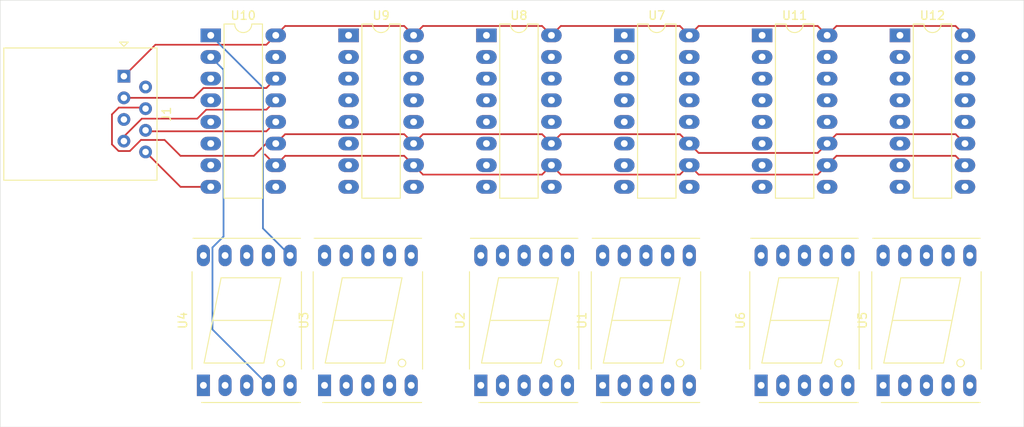
<source format=kicad_pcb>
(kicad_pcb (version 20240108) (generator "pcbnew") (generator_version "8.0")
  (layers (0 "F.Cu" signal) (31 "B.Cu" signal) (34 "B.Paste" user) (35 "F.Paste" user) (36 "B.SilkS" user "B.Silkscreen") (37 "F.SilkS" user "F.Silkscreen") (38 "B.Mask" user) (39 "F.Mask" user) (44 "Edge.Cuts" user))
  (net 0 "")
  (net 1 "Net-(U10-~{OE})")
  (net 2 "Net-(U10-GND)")
  (net 3 "Net-(U10-VCC)")
  (net 5 "Net-(U10-SER)")
  (net 6 "Net-(U10-~{SRCLR})")
  (net 7 "Net-(U10-RCLK)")
  (net 8 "Net-(U10-SRCLK)")
  (net 9 "Net-(U1-F)")
  (net 10 "Net-(U1-B)")
  (net 11 "Net-(U1-E)")
  (net 12 "Net-(U1-A)")
  (net 13 "Net-(U1-D)")
  (net 14 "Net-(U1-G)")
  (net 15 "Net-(U1-C)")
  (net 16 "Net-(U1-DP)")
  (net 17 "Net-(U2-E)")
  (net 18 "Net-(U2-D)")
  (net 19 "Net-(U2-F)")
  (net 20 "Net-(U2-A)")
  (net 21 "Net-(U2-B)")
  (net 22 "Net-(U2-DP)")
  (net 23 "Net-(U2-G)")
  (net 24 "Net-(U2-C)")
  (net 25 "Net-(U3-G)")
  (net 26 "Net-(U3-B)")
  (net 27 "Net-(U3-A)")
  (net 28 "Net-(U3-E)")
  (net 29 "Net-(U3-DP)")
  (net 30 "Net-(U3-D)")
  (net 31 "Net-(U3-C)")
  (net 32 "Net-(U3-F)")
  (net 33 "Net-(U10-QB)")
  (net 34 "Net-(U10-QF)")
  (net 35 "Net-(U10-QG)")
  (net 36 "Net-(U10-QA)")
  (net 37 "Net-(U10-QD)")
  (net 38 "Net-(U10-QE)")
  (net 39 "Net-(U10-QH)")
  (net 40 "Net-(U10-QC)")
  (net 41 "Net-(U12-QE)")
  (net 42 "Net-(U12-QB)")
  (net 43 "Net-(U12-QG)")
  (net 44 "Net-(U12-QC)")
  (net 45 "Net-(U12-QA)")
  (net 46 "Net-(U12-QD)")
  (net 47 "Net-(U12-QF)")
  (net 48 "Net-(U12-QH)")
  (net 49 "Net-(U11-QG)")
  (net 50 "Net-(U11-QB)")
  (net 51 "Net-(U11-QE)")
  (net 52 "Net-(U11-QF)")
  (net 53 "Net-(U11-QH)")
  (net 54 "Net-(U11-QC)")
  (net 55 "Net-(U11-QA)")
  (net 56 "Net-(U11-QD)")
  (net 57 "Net-(U11-SER)")
  (net 58 "Net-(U7-SER)")
  (net 59 "Net-(U8-SER)")
  (net 60 "Net-(U10-QH')")
  (net 61 "Net-(U11-QH')")
  (footprint "Connector_RJ:RJ45_Amphenol_54602-x08_Horizontal" (layer "F.Cu") (at 119 89.2175 -90)
    (property "Reference" "J1" (at 4.445 -5 90) (layer "F.SilkS"))
    (property "Value" "8P8C")
    (fp_line (start -3.315 14.08) (end 12.205 14.08) (stroke (width 0.12)) (layer "F.SilkS"))
    (fp_line (start -4 0.5) (end -3.5 0) (stroke (width 0.12)) (layer "F.SilkS"))
    (fp_line (start -3.5 0) (end -4 -0.5) (stroke (width 0.12)) (layer "F.SilkS"))
    (fp_line (start -4 -0.5) (end -4 0.5) (stroke (width 0.12)) (layer "F.SilkS"))
    (fp_line (start -3.315 -3.88) (end -3.315 14.08) (stroke (width 0.12)) (layer "F.SilkS"))
    (fp_line (start 12.205 -3.88) (end 12.205 14.08) (stroke (width 0.12)) (layer "F.SilkS"))
    (fp_line (start 12.205 -3.88) (end -3.315 -3.88) (stroke (width 0.12)) (layer "F.SilkS"))
    (pad "" np_thru_hole circle (at -1.27 6.35 270) (size 3.2 3.2) (drill 3.2) (layers "*.Cu" "*.Mask"))
    (pad "" np_thru_hole circle (at 10.16 6.35 270) (size 3.2 3.2) (drill 3.2) (layers "*.Cu" "*.Mask"))
    (pad "1" thru_hole rect (at 0 0 270) (size 1.5 1.5) (drill 0.76) (layers "*.Cu" "*.Mask") (net 3 "Net-(U10-VCC)"))
    (pad "2" thru_hole circle (at 1.27 -2.54 270) (size 1.5 1.5) (drill 0.76) (layers "*.Cu" "*.Mask"))
    (pad "3" thru_hole circle (at 2.54 0 270) (size 1.5 1.5) (drill 0.76) (layers "*.Cu" "*.Mask") (net 5 "Net-(U10-SER)"))
    (pad "4" thru_hole circle (at 3.81 -2.54 270) (size 1.5 1.5) (drill 0.76) (layers "*.Cu" "*.Mask") (net 8 "Net-(U10-SRCLK)"))
    (pad "5" thru_hole circle (at 5.08 0 270) (size 1.5 1.5) (drill 0.76) (layers "*.Cu" "*.Mask") (net 6 "Net-(U10-~{SRCLR})"))
    (pad "6" thru_hole circle (at 6.35 -2.54 270) (size 1.5 1.5) (drill 0.76) (layers "*.Cu" "*.Mask") (net 7 "Net-(U10-RCLK)"))
    (pad "7" thru_hole circle (at 7.62 0 270) (size 1.5 1.5) (drill 0.76) (layers "*.Cu" "*.Mask") (net 1 "Net-(U10-~{OE})"))
    (pad "8" thru_hole circle (at 8.89 -2.54 270) (size 1.5 1.5) (drill 0.76) (layers "*.Cu" "*.Mask") (net 2 "Net-(U10-GND)"))
  )
  (footprint "Display_7Segment:7SegmentLED_LTS6760_LTS6780" (layer "F.Cu") (at 175.12 125.5 90)
    (property "Reference" "U1" (at 7.62 -2.42 90) (layer "F.SilkS"))
    (property "Value" "SM420561N")
    (fp_line (start 1.905 -1.33) (end 13.335 -1.33) (stroke (width 0.12)) (layer "F.SilkS"))
    (fp_line (start -2.015 -0.22) (end -2.015 11.38) (stroke (width 0.12)) (layer "F.SilkS"))
    (fp_line (start 2.62 0.08) (end 2.62 7.08) (stroke (width 0.12)) (layer "F.SilkS"))
    (fp_line (start 7.62 1.08) (end 2.62 0.08) (stroke (width 0.12)) (layer "F.SilkS"))
    (fp_line (start 12.62 2.08) (end 7.62 1.08) (stroke (width 0.12)) (layer "F.SilkS"))
    (fp_line (start 12.62 2.08) (end 12.62 9.08) (stroke (width 0.12)) (layer "F.SilkS"))
    (fp_line (start 2.62 7.08) (end 7.62 8.08) (stroke (width 0.12)) (layer "F.SilkS"))
    (fp_line (start 7.62 8.08) (end 7.62 1.08) (stroke (width 0.12)) (layer "F.SilkS"))
    (fp_line (start 12.62 9.08) (end 7.62 8.08) (stroke (width 0.12)) (layer "F.SilkS"))
    (fp_line (start 17.255 11.38) (end 17.255 -1.22) (stroke (width 0.12)) (layer "F.SilkS"))
    (fp_line (start 1.905 11.49) (end 13.335 11.49) (stroke (width 0.12)) (layer "F.SilkS"))
    (fp_circle (center 2.62 9.08) (end 3.067214 9.08) (stroke (width 0.12)) (fill none) (layer "F.SilkS"))
    (pad "1" thru_hole rect (at 0 0) (size 1.524 2.524) (drill 0.8) (layers "*.Cu" "*.Mask") (net 11 "Net-(U1-E)"))
    (pad "2" thru_hole oval (at 0 2.54) (size 1.524 2.524) (drill 0.8) (layers "*.Cu" "*.Mask") (net 13 "Net-(U1-D)"))
    (pad "3" thru_hole oval (at 0 5.08) (size 1.524 2.524) (drill 0.8) (layers "*.Cu" "*.Mask") (net 2 "Net-(U10-GND)"))
    (pad "4" thru_hole oval (at 0 7.62) (size 1.524 2.524) (drill 0.8) (layers "*.Cu" "*.Mask") (net 15 "Net-(U1-C)"))
    (pad "5" thru_hole oval (at 0 10.16) (size 1.524 2.524) (drill 0.8) (layers "*.Cu" "*.Mask") (net 16 "Net-(U1-DP)"))
    (pad "6" thru_hole oval (at 15.24 10.16) (size 1.524 2.524) (drill 0.8) (layers "*.Cu" "*.Mask") (net 10 "Net-(U1-B)"))
    (pad "7" thru_hole oval (at 15.24 7.62) (size 1.524 2.524) (drill 0.8) (layers "*.Cu" "*.Mask") (net 12 "Net-(U1-A)"))
    (pad "8" thru_hole oval (at 15.24 5.08) (size 1.524 2.524) (drill 0.8) (layers "*.Cu" "*.Mask") (net 2 "Net-(U10-GND)"))
    (pad "9" thru_hole oval (at 15.24 2.54) (size 1.524 2.524) (drill 0.8) (layers "*.Cu" "*.Mask") (net 9 "Net-(U1-F)"))
    (pad "10" thru_hole oval (at 15.24 0) (size 1.524 2.524) (drill 0.8) (layers "*.Cu" "*.Mask") (net 14 "Net-(U1-G)"))
  )
  (footprint "Package_DIP:DIP-16_W7.62mm_LongPads" (layer "F.Cu") (at 145.339 84.425)
    (property "Reference" "U9" (at 3.81 -2.33 360) (layer "F.SilkS"))
    (property "Value" "74AHC595")
    (fp_line (start 1.56 -1.33) (end 1.56 19.11) (stroke (width 0.12)) (layer "F.SilkS"))
    (fp_line (start 1.56 19.11) (end 6.06 19.11) (stroke (width 0.12)) (layer "F.SilkS"))
    (fp_line (start 2.81 -1.33) (end 1.56 -1.33) (stroke (width 0.12)) (layer "F.SilkS"))
    (fp_line (start 6.06 -1.33) (end 4.81 -1.33) (stroke (width 0.12)) (layer "F.SilkS"))
    (fp_line (start 6.06 19.11) (end 6.06 -1.33) (stroke (width 0.12)) (layer "F.SilkS"))
    (fp_arc (start 4.81 -1.33) (mid 3.81 -0.33) (end 2.81 -1.33) (stroke (width 0.12)) (layer "F.SilkS"))
    (pad "1" thru_hole rect (at 0 0) (size 2.4 1.6) (drill 0.8) (layers "*.Cu" "*.Mask") (net 26 "Net-(U3-B)"))
    (pad "2" thru_hole oval (at 0 2.54) (size 2.4 1.6) (drill 0.8) (layers "*.Cu" "*.Mask") (net 31 "Net-(U3-C)"))
    (pad "3" thru_hole oval (at 0 5.08) (size 2.4 1.6) (drill 0.8) (layers "*.Cu" "*.Mask") (net 30 "Net-(U3-D)"))
    (pad "4" thru_hole oval (at 0 7.62) (size 2.4 1.6) (drill 0.8) (layers "*.Cu" "*.Mask") (net 28 "Net-(U3-E)"))
    (pad "5" thru_hole oval (at 0 10.16) (size 2.4 1.6) (drill 0.8) (layers "*.Cu" "*.Mask") (net 32 "Net-(U3-F)"))
    (pad "6" thru_hole oval (at 0 12.7) (size 2.4 1.6) (drill 0.8) (layers "*.Cu" "*.Mask") (net 25 "Net-(U3-G)"))
    (pad "7" thru_hole oval (at 0 15.24) (size 2.4 1.6) (drill 0.8) (layers "*.Cu" "*.Mask") (net 29 "Net-(U3-DP)"))
    (pad "8" thru_hole oval (at 0 17.78) (size 2.4 1.6) (drill 0.8) (layers "*.Cu" "*.Mask") (net 2 "Net-(U10-GND)"))
    (pad "9" thru_hole oval (at 7.62 17.78) (size 2.4 1.6) (drill 0.8) (layers "*.Cu" "*.Mask") (net 59 "Net-(U8-SER)"))
    (pad "10" thru_hole oval (at 7.62 15.24) (size 2.4 1.6) (drill 0.8) (layers "*.Cu" "*.Mask") (net 6 "Net-(U10-~{SRCLR})"))
    (pad "11" thru_hole oval (at 7.62 12.7) (size 2.4 1.6) (drill 0.8) (layers "*.Cu" "*.Mask") (net 8 "Net-(U10-SRCLK)"))
    (pad "12" thru_hole oval (at 7.62 10.16) (size 2.4 1.6) (drill 0.8) (layers "*.Cu" "*.Mask") (net 7 "Net-(U10-RCLK)"))
    (pad "13" thru_hole oval (at 7.62 7.62) (size 2.4 1.6) (drill 0.8) (layers "*.Cu" "*.Mask") (net 1 "Net-(U10-~{OE})"))
    (pad "14" thru_hole oval (at 7.62 5.08) (size 2.4 1.6) (drill 0.8) (layers "*.Cu" "*.Mask") (net 60 "Net-(U10-QH')"))
    (pad "15" thru_hole oval (at 7.62 2.54) (size 2.4 1.6) (drill 0.8) (layers "*.Cu" "*.Mask") (net 27 "Net-(U3-A)"))
    (pad "16" thru_hole oval (at 7.62 0) (size 2.4 1.6) (drill 0.8) (layers "*.Cu" "*.Mask") (net 3 "Net-(U10-VCC)"))
  )
  (footprint "Display_7Segment:7SegmentLED_LTS6760_LTS6780" (layer "F.Cu") (at 128.32 125.5 90)
    (property "Reference" "U4" (at 7.62 -2.42 90) (layer "F.SilkS"))
    (property "Value" "SM420561N")
    (fp_line (start 1.905 -1.33) (end 13.335 -1.33) (stroke (width 0.12)) (layer "F.SilkS"))
    (fp_line (start -2.015 -0.22) (end -2.015 11.38) (stroke (width 0.12)) (layer "F.SilkS"))
    (fp_line (start 2.62 0.08) (end 2.62 7.08) (stroke (width 0.12)) (layer "F.SilkS"))
    (fp_line (start 7.62 1.08) (end 2.62 0.08) (stroke (width 0.12)) (layer "F.SilkS"))
    (fp_line (start 12.62 2.08) (end 7.62 1.08) (stroke (width 0.12)) (layer "F.SilkS"))
    (fp_line (start 12.62 2.08) (end 12.62 9.08) (stroke (width 0.12)) (layer "F.SilkS"))
    (fp_line (start 2.62 7.08) (end 7.62 8.08) (stroke (width 0.12)) (layer "F.SilkS"))
    (fp_line (start 7.62 8.08) (end 7.62 1.08) (stroke (width 0.12)) (layer "F.SilkS"))
    (fp_line (start 12.62 9.08) (end 7.62 8.08) (stroke (width 0.12)) (layer "F.SilkS"))
    (fp_line (start 17.255 11.38) (end 17.255 -1.22) (stroke (width 0.12)) (layer "F.SilkS"))
    (fp_line (start 1.905 11.49) (end 13.335 11.49) (stroke (width 0.12)) (layer "F.SilkS"))
    (fp_circle (center 2.62 9.08) (end 3.067214 9.08) (stroke (width 0.12)) (fill none) (layer "F.SilkS"))
    (pad "1" thru_hole rect (at 0 0) (size 1.524 2.524) (drill 0.8) (layers "*.Cu" "*.Mask") (net 38 "Net-(U10-QE)"))
    (pad "2" thru_hole oval (at 0 2.54) (size 1.524 2.524) (drill 0.8) (layers "*.Cu" "*.Mask") (net 37 "Net-(U10-QD)"))
    (pad "3" thru_hole oval (at 0 5.08) (size 1.524 2.524) (drill 0.8) (layers "*.Cu" "*.Mask") (net 2 "Net-(U10-GND)"))
    (pad "4" thru_hole oval (at 0 7.62) (size 1.524 2.524) (drill 0.8) (layers "*.Cu" "*.Mask") (net 40 "Net-(U10-QC)"))
    (pad "5" thru_hole oval (at 0 10.16) (size 1.524 2.524) (drill 0.8) (layers "*.Cu" "*.Mask") (net 39 "Net-(U10-QH)"))
    (pad "6" thru_hole oval (at 15.24 10.16) (size 1.524 2.524) (drill 0.8) (layers "*.Cu" "*.Mask") (net 33 "Net-(U10-QB)"))
    (pad "7" thru_hole oval (at 15.24 7.62) (size 1.524 2.524) (drill 0.8) (layers "*.Cu" "*.Mask") (net 36 "Net-(U10-QA)"))
    (pad "8" thru_hole oval (at 15.24 5.08) (size 1.524 2.524) (drill 0.8) (layers "*.Cu" "*.Mask") (net 2 "Net-(U10-GND)"))
    (pad "9" thru_hole oval (at 15.24 2.54) (size 1.524 2.524) (drill 0.8) (layers "*.Cu" "*.Mask") (net 34 "Net-(U10-QF)"))
    (pad "10" thru_hole oval (at 15.24 0) (size 1.524 2.524) (drill 0.8) (layers "*.Cu" "*.Mask") (net 35 "Net-(U10-QG)"))
  )
  (footprint "Display_7Segment:7SegmentLED_LTS6760_LTS6780" (layer "F.Cu") (at 193.7 125.5 90)
    (property "Reference" "U6" (at 7.62 -2.42 90) (layer "F.SilkS"))
    (property "Value" "SM420561N")
    (fp_line (start 1.905 -1.33) (end 13.335 -1.33) (stroke (width 0.12)) (layer "F.SilkS"))
    (fp_line (start -2.015 -0.22) (end -2.015 11.38) (stroke (width 0.12)) (layer "F.SilkS"))
    (fp_line (start 2.62 0.08) (end 2.62 7.08) (stroke (width 0.12)) (layer "F.SilkS"))
    (fp_line (start 7.62 1.08) (end 2.62 0.08) (stroke (width 0.12)) (layer "F.SilkS"))
    (fp_line (start 12.62 2.08) (end 7.62 1.08) (stroke (width 0.12)) (layer "F.SilkS"))
    (fp_line (start 12.62 2.08) (end 12.62 9.08) (stroke (width 0.12)) (layer "F.SilkS"))
    (fp_line (start 2.62 7.08) (end 7.62 8.08) (stroke (width 0.12)) (layer "F.SilkS"))
    (fp_line (start 7.62 8.08) (end 7.62 1.08) (stroke (width 0.12)) (layer "F.SilkS"))
    (fp_line (start 12.62 9.08) (end 7.62 8.08) (stroke (width 0.12)) (layer "F.SilkS"))
    (fp_line (start 17.255 11.38) (end 17.255 -1.22) (stroke (width 0.12)) (layer "F.SilkS"))
    (fp_line (start 1.905 11.49) (end 13.335 11.49) (stroke (width 0.12)) (layer "F.SilkS"))
    (fp_circle (center 2.62 9.08) (end 3.067214 9.08) (stroke (width 0.12)) (fill none) (layer "F.SilkS"))
    (pad "1" thru_hole rect (at 0 0) (size 1.524 2.524) (drill 0.8) (layers "*.Cu" "*.Mask") (net 51 "Net-(U11-QE)"))
    (pad "2" thru_hole oval (at 0 2.54) (size 1.524 2.524) (drill 0.8) (layers "*.Cu" "*.Mask") (net 56 "Net-(U11-QD)"))
    (pad "3" thru_hole oval (at 0 5.08) (size 1.524 2.524) (drill 0.8) (layers "*.Cu" "*.Mask") (net 2 "Net-(U10-GND)"))
    (pad "4" thru_hole oval (at 0 7.62) (size 1.524 2.524) (drill 0.8) (layers "*.Cu" "*.Mask") (net 54 "Net-(U11-QC)"))
    (pad "5" thru_hole oval (at 0 10.16) (size 1.524 2.524) (drill 0.8) (layers "*.Cu" "*.Mask") (net 53 "Net-(U11-QH)"))
    (pad "6" thru_hole oval (at 15.24 10.16) (size 1.524 2.524) (drill 0.8) (layers "*.Cu" "*.Mask") (net 50 "Net-(U11-QB)"))
    (pad "7" thru_hole oval (at 15.24 7.62) (size 1.524 2.524) (drill 0.8) (layers "*.Cu" "*.Mask") (net 55 "Net-(U11-QA)"))
    (pad "8" thru_hole oval (at 15.24 5.08) (size 1.524 2.524) (drill 0.8) (layers "*.Cu" "*.Mask") (net 2 "Net-(U10-GND)"))
    (pad "9" thru_hole oval (at 15.24 2.54) (size 1.524 2.524) (drill 0.8) (layers "*.Cu" "*.Mask") (net 52 "Net-(U11-QF)"))
    (pad "10" thru_hole oval (at 15.24 0) (size 1.524 2.524) (drill 0.8) (layers "*.Cu" "*.Mask") (net 49 "Net-(U11-QG)"))
  )
  (footprint "Package_DIP:DIP-16_W7.62mm_LongPads" (layer "F.Cu") (at 177.657 84.425)
    (property "Reference" "U7" (at 3.81 -2.33 0) (layer "F.SilkS"))
    (property "Value" "74AHC595")
    (fp_line (start 1.56 -1.33) (end 1.56 19.11) (stroke (width 0.12)) (layer "F.SilkS"))
    (fp_line (start 1.56 19.11) (end 6.06 19.11) (stroke (width 0.12)) (layer "F.SilkS"))
    (fp_line (start 2.81 -1.33) (end 1.56 -1.33) (stroke (width 0.12)) (layer "F.SilkS"))
    (fp_line (start 6.06 -1.33) (end 4.81 -1.33) (stroke (width 0.12)) (layer "F.SilkS"))
    (fp_line (start 6.06 19.11) (end 6.06 -1.33) (stroke (width 0.12)) (layer "F.SilkS"))
    (fp_arc (start 4.81 -1.33) (mid 3.81 -0.33) (end 2.81 -1.33) (stroke (width 0.12)) (layer "F.SilkS"))
    (pad "1" thru_hole rect (at 0 0) (size 2.4 1.6) (drill 0.8) (layers "*.Cu" "*.Mask") (net 10 "Net-(U1-B)"))
    (pad "2" thru_hole oval (at 0 2.54) (size 2.4 1.6) (drill 0.8) (layers "*.Cu" "*.Mask") (net 15 "Net-(U1-C)"))
    (pad "3" thru_hole oval (at 0 5.08) (size 2.4 1.6) (drill 0.8) (layers "*.Cu" "*.Mask") (net 13 "Net-(U1-D)"))
    (pad "4" thru_hole oval (at 0 7.62) (size 2.4 1.6) (drill 0.8) (layers "*.Cu" "*.Mask") (net 11 "Net-(U1-E)"))
    (pad "5" thru_hole oval (at 0 10.16) (size 2.4 1.6) (drill 0.8) (layers "*.Cu" "*.Mask") (net 9 "Net-(U1-F)"))
    (pad "6" thru_hole oval (at 0 12.7) (size 2.4 1.6) (drill 0.8) (layers "*.Cu" "*.Mask") (net 14 "Net-(U1-G)"))
    (pad "7" thru_hole oval (at 0 15.24) (size 2.4 1.6) (drill 0.8) (layers "*.Cu" "*.Mask") (net 16 "Net-(U1-DP)"))
    (pad "8" thru_hole oval (at 0 17.78) (size 2.4 1.6) (drill 0.8) (layers "*.Cu" "*.Mask") (net 2 "Net-(U10-GND)"))
    (pad "9" thru_hole oval (at 7.62 17.78) (size 2.4 1.6) (drill 0.8) (layers "*.Cu" "*.Mask") (net 57 "Net-(U11-SER)"))
    (pad "10" thru_hole oval (at 7.62 15.24) (size 2.4 1.6) (drill 0.8) (layers "*.Cu" "*.Mask") (net 6 "Net-(U10-~{SRCLR})"))
    (pad "11" thru_hole oval (at 7.62 12.7) (size 2.4 1.6) (drill 0.8) (layers "*.Cu" "*.Mask") (net 8 "Net-(U10-SRCLK)"))
    (pad "12" thru_hole oval (at 7.62 10.16) (size 2.4 1.6) (drill 0.8) (layers "*.Cu" "*.Mask") (net 7 "Net-(U10-RCLK)"))
    (pad "13" thru_hole oval (at 7.62 7.62) (size 2.4 1.6) (drill 0.8) (layers "*.Cu" "*.Mask") (net 1 "Net-(U10-~{OE})"))
    (pad "14" thru_hole oval (at 7.62 5.08) (size 2.4 1.6) (drill 0.8) (layers "*.Cu" "*.Mask") (net 58 "Net-(U7-SER)"))
    (pad "15" thru_hole oval (at 7.62 2.54) (size 2.4 1.6) (drill 0.8) (layers "*.Cu" "*.Mask") (net 12 "Net-(U1-A)"))
    (pad "16" thru_hole oval (at 7.62 0) (size 2.4 1.6) (drill 0.8) (layers "*.Cu" "*.Mask") (net 3 "Net-(U10-VCC)"))
  )
  (footprint "Package_DIP:DIP-16_W7.62mm_LongPads" (layer "F.Cu") (at 129.18 84.425)
    (property "Reference" "U10" (at 3.81 -2.33 0) (layer "F.SilkS"))
    (property "Value" "74AHC595")
    (fp_line (start 1.56 -1.33) (end 1.56 19.11) (stroke (width 0.12)) (layer "F.SilkS"))
    (fp_line (start 1.56 19.11) (end 6.06 19.11) (stroke (width 0.12)) (layer "F.SilkS"))
    (fp_line (start 2.81 -1.33) (end 1.56 -1.33) (stroke (width 0.12)) (layer "F.SilkS"))
    (fp_line (start 6.06 -1.33) (end 4.81 -1.33) (stroke (width 0.12)) (layer "F.SilkS"))
    (fp_line (start 6.06 19.11) (end 6.06 -1.33) (stroke (width 0.12)) (layer "F.SilkS"))
    (fp_arc (start 4.81 -1.33) (mid 3.81 -0.33) (end 2.81 -1.33) (stroke (width 0.12)) (layer "F.SilkS"))
    (pad "1" thru_hole rect (at 0 0) (size 2.4 1.6) (drill 0.8) (layers "*.Cu" "*.Mask") (net 33 "Net-(U10-QB)"))
    (pad "2" thru_hole oval (at 0 2.54) (size 2.4 1.6) (drill 0.8) (layers "*.Cu" "*.Mask") (net 40 "Net-(U10-QC)"))
    (pad "3" thru_hole oval (at 0 5.08) (size 2.4 1.6) (drill 0.8) (layers "*.Cu" "*.Mask") (net 37 "Net-(U10-QD)"))
    (pad "4" thru_hole oval (at 0 7.62) (size 2.4 1.6) (drill 0.8) (layers "*.Cu" "*.Mask") (net 38 "Net-(U10-QE)"))
    (pad "5" thru_hole oval (at 0 10.16) (size 2.4 1.6) (drill 0.8) (layers "*.Cu" "*.Mask") (net 34 "Net-(U10-QF)"))
    (pad "6" thru_hole oval (at 0 12.7) (size 2.4 1.6) (drill 0.8) (layers "*.Cu" "*.Mask") (net 35 "Net-(U10-QG)"))
    (pad "7" thru_hole oval (at 0 15.24) (size 2.4 1.6) (drill 0.8) (layers "*.Cu" "*.Mask") (net 39 "Net-(U10-QH)"))
    (pad "8" thru_hole oval (at 0 17.78) (size 2.4 1.6) (drill 0.8) (layers "*.Cu" "*.Mask") (net 2 "Net-(U10-GND)"))
    (pad "9" thru_hole oval (at 7.62 17.78) (size 2.4 1.6) (drill 0.8) (layers "*.Cu" "*.Mask") (net 60 "Net-(U10-QH')"))
    (pad "10" thru_hole oval (at 7.62 15.24) (size 2.4 1.6) (drill 0.8) (layers "*.Cu" "*.Mask") (net 6 "Net-(U10-~{SRCLR})"))
    (pad "11" thru_hole oval (at 7.62 12.7) (size 2.4 1.6) (drill 0.8) (layers "*.Cu" "*.Mask") (net 8 "Net-(U10-SRCLK)"))
    (pad "12" thru_hole oval (at 7.62 10.16) (size 2.4 1.6) (drill 0.8) (layers "*.Cu" "*.Mask") (net 7 "Net-(U10-RCLK)"))
    (pad "13" thru_hole oval (at 7.62 7.62) (size 2.4 1.6) (drill 0.8) (layers "*.Cu" "*.Mask") (net 1 "Net-(U10-~{OE})"))
    (pad "14" thru_hole oval (at 7.62 5.08) (size 2.4 1.6) (drill 0.8) (layers "*.Cu" "*.Mask") (net 5 "Net-(U10-SER)"))
    (pad "15" thru_hole oval (at 7.62 2.54) (size 2.4 1.6) (drill 0.8) (layers "*.Cu" "*.Mask") (net 36 "Net-(U10-QA)"))
    (pad "16" thru_hole oval (at 7.62 0) (size 2.4 1.6) (drill 0.8) (layers "*.Cu" "*.Mask") (net 3 "Net-(U10-VCC)"))
  )
  (footprint "Package_DIP:DIP-16_W7.62mm_LongPads" (layer "F.Cu") (at 209.975 84.425)
    (property "Reference" "U12" (at 3.81 -2.33 0) (layer "F.SilkS"))
    (property "Value" "74AHC595")
    (fp_line (start 1.56 -1.33) (end 1.56 19.11) (stroke (width 0.12)) (layer "F.SilkS"))
    (fp_line (start 1.56 19.11) (end 6.06 19.11) (stroke (width 0.12)) (layer "F.SilkS"))
    (fp_line (start 2.81 -1.33) (end 1.56 -1.33) (stroke (width 0.12)) (layer "F.SilkS"))
    (fp_line (start 6.06 -1.33) (end 4.81 -1.33) (stroke (width 0.12)) (layer "F.SilkS"))
    (fp_line (start 6.06 19.11) (end 6.06 -1.33) (stroke (width 0.12)) (layer "F.SilkS"))
    (fp_arc (start 4.81 -1.33) (mid 3.81 -0.33) (end 2.81 -1.33) (stroke (width 0.12)) (layer "F.SilkS"))
    (pad "1" thru_hole rect (at 0 0) (size 2.4 1.6) (drill 0.8) (layers "*.Cu" "*.Mask") (net 42 "Net-(U12-QB)"))
    (pad "2" thru_hole oval (at 0 2.54) (size 2.4 1.6) (drill 0.8) (layers "*.Cu" "*.Mask") (net 44 "Net-(U12-QC)"))
    (pad "3" thru_hole oval (at 0 5.08) (size 2.4 1.6) (drill 0.8) (layers "*.Cu" "*.Mask") (net 46 "Net-(U12-QD)"))
    (pad "4" thru_hole oval (at 0 7.62) (size 2.4 1.6) (drill 0.8) (layers "*.Cu" "*.Mask") (net 41 "Net-(U12-QE)"))
    (pad "5" thru_hole oval (at 0 10.16) (size 2.4 1.6) (drill 0.8) (layers "*.Cu" "*.Mask") (net 47 "Net-(U12-QF)"))
    (pad "6" thru_hole oval (at 0 12.7) (size 2.4 1.6) (drill 0.8) (layers "*.Cu" "*.Mask") (net 43 "Net-(U12-QG)"))
    (pad "7" thru_hole oval (at 0 15.24) (size 2.4 1.6) (drill 0.8) (layers "*.Cu" "*.Mask") (net 48 "Net-(U12-QH)"))
    (pad "8" thru_hole oval (at 0 17.78) (size 2.4 1.6) (drill 0.8) (layers "*.Cu" "*.Mask") (net 2 "Net-(U10-GND)"))
    (pad "9" thru_hole oval (at 7.62 17.78) (size 2.4 1.6) (drill 0.8) (layers "*.Cu" "*.Mask"))
    (pad "10" thru_hole oval (at 7.62 15.24) (size 2.4 1.6) (drill 0.8) (layers "*.Cu" "*.Mask") (net 6 "Net-(U10-~{SRCLR})"))
    (pad "11" thru_hole oval (at 7.62 12.7) (size 2.4 1.6) (drill 0.8) (layers "*.Cu" "*.Mask") (net 8 "Net-(U10-SRCLK)"))
    (pad "12" thru_hole oval (at 7.62 10.16) (size 2.4 1.6) (drill 0.8) (layers "*.Cu" "*.Mask") (net 7 "Net-(U10-RCLK)"))
    (pad "13" thru_hole oval (at 7.62 7.62) (size 2.4 1.6) (drill 0.8) (layers "*.Cu" "*.Mask") (net 1 "Net-(U10-~{OE})"))
    (pad "14" thru_hole oval (at 7.62 5.08) (size 2.4 1.6) (drill 0.8) (layers "*.Cu" "*.Mask") (net 61 "Net-(U11-QH')"))
    (pad "15" thru_hole oval (at 7.62 2.54) (size 2.4 1.6) (drill 0.8) (layers "*.Cu" "*.Mask") (net 45 "Net-(U12-QA)"))
    (pad "16" thru_hole oval (at 7.62 0) (size 2.4 1.6) (drill 0.8) (layers "*.Cu" "*.Mask") (net 3 "Net-(U10-VCC)"))
  )
  (footprint "Display_7Segment:7SegmentLED_LTS6760_LTS6780" (layer "F.Cu") (at 142.52 125.5 90)
    (property "Reference" "U3" (at 7.62 -2.42 90) (layer "F.SilkS"))
    (property "Value" "SM420561N")
    (fp_line (start 1.905 -1.33) (end 13.335 -1.33) (stroke (width 0.12)) (layer "F.SilkS"))
    (fp_line (start -2.015 -0.22) (end -2.015 11.38) (stroke (width 0.12)) (layer "F.SilkS"))
    (fp_line (start 2.62 0.08) (end 2.62 7.08) (stroke (width 0.12)) (layer "F.SilkS"))
    (fp_line (start 7.62 1.08) (end 2.62 0.08) (stroke (width 0.12)) (layer "F.SilkS"))
    (fp_line (start 12.62 2.08) (end 7.62 1.08) (stroke (width 0.12)) (layer "F.SilkS"))
    (fp_line (start 12.62 2.08) (end 12.62 9.08) (stroke (width 0.12)) (layer "F.SilkS"))
    (fp_line (start 2.62 7.08) (end 7.62 8.08) (stroke (width 0.12)) (layer "F.SilkS"))
    (fp_line (start 7.62 8.08) (end 7.62 1.08) (stroke (width 0.12)) (layer "F.SilkS"))
    (fp_line (start 12.62 9.08) (end 7.62 8.08) (stroke (width 0.12)) (layer "F.SilkS"))
    (fp_line (start 17.255 11.38) (end 17.255 -1.22) (stroke (width 0.12)) (layer "F.SilkS"))
    (fp_line (start 1.905 11.49) (end 13.335 11.49) (stroke (width 0.12)) (layer "F.SilkS"))
    (fp_circle (center 2.62 9.08) (end 3.067214 9.08) (stroke (width 0.12)) (fill none) (layer "F.SilkS"))
    (pad "1" thru_hole rect (at 0 0) (size 1.524 2.524) (drill 0.8) (layers "*.Cu" "*.Mask") (net 28 "Net-(U3-E)"))
    (pad "2" thru_hole oval (at 0 2.54) (size 1.524 2.524) (drill 0.8) (layers "*.Cu" "*.Mask") (net 30 "Net-(U3-D)"))
    (pad "3" thru_hole oval (at 0 5.08) (size 1.524 2.524) (drill 0.8) (layers "*.Cu" "*.Mask") (net 2 "Net-(U10-GND)"))
    (pad "4" thru_hole oval (at 0 7.62) (size 1.524 2.524) (drill 0.8) (layers "*.Cu" "*.Mask") (net 31 "Net-(U3-C)"))
    (pad "5" thru_hole oval (at 0 10.16) (size 1.524 2.524) (drill 0.8) (layers "*.Cu" "*.Mask") (net 29 "Net-(U3-DP)"))
    (pad "6" thru_hole oval (at 15.24 10.16) (size 1.524 2.524) (drill 0.8) (layers "*.Cu" "*.Mask") (net 26 "Net-(U3-B)"))
    (pad "7" thru_hole oval (at 15.24 7.62) (size 1.524 2.524) (drill 0.8) (layers "*.Cu" "*.Mask") (net 27 "Net-(U3-A)"))
    (pad "8" thru_hole oval (at 15.24 5.08) (size 1.524 2.524) (drill 0.8) (layers "*.Cu" "*.Mask") (net 2 "Net-(U10-GND)"))
    (pad "9" thru_hole oval (at 15.24 2.54) (size 1.524 2.524) (drill 0.8) (layers "*.Cu" "*.Mask") (net 32 "Net-(U3-F)"))
    (pad "10" thru_hole oval (at 15.24 0) (size 1.524 2.524) (drill 0.8) (layers "*.Cu" "*.Mask") (net 25 "Net-(U3-G)"))
  )
  (footprint "Package_DIP:DIP-16_W7.62mm_LongPads" (layer "F.Cu") (at 161.498 84.425)
    (property "Reference" "U8" (at 3.81 -2.33 0) (layer "F.SilkS"))
    (property "Value" "74AHC595")
    (fp_line (start 1.56 -1.33) (end 1.56 19.11) (stroke (width 0.12)) (layer "F.SilkS"))
    (fp_line (start 1.56 19.11) (end 6.06 19.11) (stroke (width 0.12)) (layer "F.SilkS"))
    (fp_line (start 2.81 -1.33) (end 1.56 -1.33) (stroke (width 0.12)) (layer "F.SilkS"))
    (fp_line (start 6.06 -1.33) (end 4.81 -1.33) (stroke (width 0.12)) (layer "F.SilkS"))
    (fp_line (start 6.06 19.11) (end 6.06 -1.33) (stroke (width 0.12)) (layer "F.SilkS"))
    (fp_arc (start 4.81 -1.33) (mid 3.81 -0.33) (end 2.81 -1.33) (stroke (width 0.12)) (layer "F.SilkS"))
    (pad "1" thru_hole rect (at 0 0) (size 2.4 1.6) (drill 0.8) (layers "*.Cu" "*.Mask") (net 21 "Net-(U2-B)"))
    (pad "2" thru_hole oval (at 0 2.54) (size 2.4 1.6) (drill 0.8) (layers "*.Cu" "*.Mask") (net 24 "Net-(U2-C)"))
    (pad "3" thru_hole oval (at 0 5.08) (size 2.4 1.6) (drill 0.8) (layers "*.Cu" "*.Mask") (net 18 "Net-(U2-D)"))
    (pad "4" thru_hole oval (at 0 7.62) (size 2.4 1.6) (drill 0.8) (layers "*.Cu" "*.Mask") (net 17 "Net-(U2-E)"))
    (pad "5" thru_hole oval (at 0 10.16) (size 2.4 1.6) (drill 0.8) (layers "*.Cu" "*.Mask") (net 19 "Net-(U2-F)"))
    (pad "6" thru_hole oval (at 0 12.7) (size 2.4 1.6) (drill 0.8) (layers "*.Cu" "*.Mask") (net 23 "Net-(U2-G)"))
    (pad "7" thru_hole oval (at 0 15.24) (size 2.4 1.6) (drill 0.8) (layers "*.Cu" "*.Mask") (net 22 "Net-(U2-DP)"))
    (pad "8" thru_hole oval (at 0 17.78) (size 2.4 1.6) (drill 0.8) (layers "*.Cu" "*.Mask") (net 2 "Net-(U10-GND)"))
    (pad "9" thru_hole oval (at 7.62 17.78) (size 2.4 1.6) (drill 0.8) (layers "*.Cu" "*.Mask") (net 58 "Net-(U7-SER)"))
    (pad "10" thru_hole oval (at 7.62 15.24) (size 2.4 1.6) (drill 0.8) (layers "*.Cu" "*.Mask") (net 6 "Net-(U10-~{SRCLR})"))
    (pad "11" thru_hole oval (at 7.62 12.7) (size 2.4 1.6) (drill 0.8) (layers "*.Cu" "*.Mask") (net 8 "Net-(U10-SRCLK)"))
    (pad "12" thru_hole oval (at 7.62 10.16) (size 2.4 1.6) (drill 0.8) (layers "*.Cu" "*.Mask") (net 7 "Net-(U10-RCLK)"))
    (pad "13" thru_hole oval (at 7.62 7.62) (size 2.4 1.6) (drill 0.8) (layers "*.Cu" "*.Mask") (net 1 "Net-(U10-~{OE})"))
    (pad "14" thru_hole oval (at 7.62 5.08) (size 2.4 1.6) (drill 0.8) (layers "*.Cu" "*.Mask") (net 59 "Net-(U8-SER)"))
    (pad "15" thru_hole oval (at 7.62 2.54) (size 2.4 1.6) (drill 0.8) (layers "*.Cu" "*.Mask") (net 20 "Net-(U2-A)"))
    (pad "16" thru_hole oval (at 7.62 0) (size 2.4 1.6) (drill 0.8) (layers "*.Cu" "*.Mask") (net 3 "Net-(U10-VCC)"))
  )
  (footprint "Display_7Segment:7SegmentLED_LTS6760_LTS6780" (layer "F.Cu") (at 160.84 125.5 90)
    (property "Reference" "U2" (at 7.62 -2.42 90) (layer "F.SilkS"))
    (property "Value" "SM420561N")
    (fp_line (start 1.905 -1.33) (end 13.335 -1.33) (stroke (width 0.12)) (layer "F.SilkS"))
    (fp_line (start -2.015 -0.22) (end -2.015 11.38) (stroke (width 0.12)) (layer "F.SilkS"))
    (fp_line (start 2.62 0.08) (end 2.62 7.08) (stroke (width 0.12)) (layer "F.SilkS"))
    (fp_line (start 7.62 1.08) (end 2.62 0.08) (stroke (width 0.12)) (layer "F.SilkS"))
    (fp_line (start 12.62 2.08) (end 7.62 1.08) (stroke (width 0.12)) (layer "F.SilkS"))
    (fp_line (start 12.62 2.08) (end 12.62 9.08) (stroke (width 0.12)) (layer "F.SilkS"))
    (fp_line (start 2.62 7.08) (end 7.62 8.08) (stroke (width 0.12)) (layer "F.SilkS"))
    (fp_line (start 7.62 8.08) (end 7.62 1.08) (stroke (width 0.12)) (layer "F.SilkS"))
    (fp_line (start 12.62 9.08) (end 7.62 8.08) (stroke (width 0.12)) (layer "F.SilkS"))
    (fp_line (start 17.255 11.38) (end 17.255 -1.22) (stroke (width 0.12)) (layer "F.SilkS"))
    (fp_line (start 1.905 11.49) (end 13.335 11.49) (stroke (width 0.12)) (layer "F.SilkS"))
    (fp_circle (center 2.62 9.08) (end 3.067214 9.08) (stroke (width 0.12)) (fill none) (layer "F.SilkS"))
    (pad "1" thru_hole rect (at 0 0) (size 1.524 2.524) (drill 0.8) (layers "*.Cu" "*.Mask") (net 17 "Net-(U2-E)"))
    (pad "2" thru_hole oval (at 0 2.54) (size 1.524 2.524) (drill 0.8) (layers "*.Cu" "*.Mask") (net 18 "Net-(U2-D)"))
    (pad "3" thru_hole oval (at 0 5.08) (size 1.524 2.524) (drill 0.8) (layers "*.Cu" "*.Mask") (net 2 "Net-(U10-GND)"))
    (pad "4" thru_hole oval (at 0 7.62) (size 1.524 2.524) (drill 0.8) (layers "*.Cu" "*.Mask") (net 24 "Net-(U2-C)"))
    (pad "5" thru_hole oval (at 0 10.16) (size 1.524 2.524) (drill 0.8) (layers "*.Cu" "*.Mask") (net 22 "Net-(U2-DP)"))
    (pad "6" thru_hole oval (at 15.24 10.16) (size 1.524 2.524) (drill 0.8) (layers "*.Cu" "*.Mask") (net 21 "Net-(U2-B)"))
    (pad "7" thru_hole oval (at 15.24 7.62) (size 1.524 2.524) (drill 0.8) (layers "*.Cu" "*.Mask") (net 20 "Net-(U2-A)"))
    (pad "8" thru_hole oval (at 15.24 5.08) (size 1.524 2.524) (drill 0.8) (layers "*.Cu" "*.Mask") (net 2 "Net-(U10-GND)"))
    (pad "9" thru_hole oval (at 15.24 2.54) (size 1.524 2.524) (drill 0.8) (layers "*.Cu" "*.Mask") (net 19 "Net-(U2-F)"))
    (pad "10" thru_hole oval (at 15.24 0) (size 1.524 2.524) (drill 0.8) (layers "*.Cu" "*.Mask") (net 23 "Net-(U2-G)"))
  )
  (footprint "Package_DIP:DIP-16_W7.62mm_LongPads" (layer "F.Cu") (at 193.816 84.425)
    (property "Reference" "U11" (at 3.81 -2.33 0) (layer "F.SilkS"))
    (property "Value" "74AHC595")
    (fp_line (start 1.56 -1.33) (end 1.56 19.11) (stroke (width 0.12)) (layer "F.SilkS"))
    (fp_line (start 1.56 19.11) (end 6.06 19.11) (stroke (width 0.12)) (layer "F.SilkS"))
    (fp_line (start 2.81 -1.33) (end 1.56 -1.33) (stroke (width 0.12)) (layer "F.SilkS"))
    (fp_line (start 6.06 -1.33) (end 4.81 -1.33) (stroke (width 0.12)) (layer "F.SilkS"))
    (fp_line (start 6.06 19.11) (end 6.06 -1.33) (stroke (width 0.12)) (layer "F.SilkS"))
    (fp_arc (start 4.81 -1.33) (mid 3.81 -0.33) (end 2.81 -1.33) (stroke (width 0.12)) (layer "F.SilkS"))
    (pad "1" thru_hole rect (at 0 0) (size 2.4 1.6) (drill 0.8) (layers "*.Cu" "*.Mask") (net 50 "Net-(U11-QB)"))
    (pad "2" thru_hole oval (at 0 2.54) (size 2.4 1.6) (drill 0.8) (layers "*.Cu" "*.Mask") (net 54 "Net-(U11-QC)"))
    (pad "3" thru_hole oval (at 0 5.08) (size 2.4 1.6) (drill 0.8) (layers "*.Cu" "*.Mask") (net 56 "Net-(U11-QD)"))
    (pad "4" thru_hole oval (at 0 7.62) (size 2.4 1.6) (drill 0.8) (layers "*.Cu" "*.Mask") (net 51 "Net-(U11-QE)"))
    (pad "5" thru_hole oval (at 0 10.16) (size 2.4 1.6) (drill 0.8) (layers "*.Cu" "*.Mask") (net 52 "Net-(U11-QF)"))
    (pad "6" thru_hole oval (at 0 12.7) (size 2.4 1.6) (drill 0.8) (layers "*.Cu" "*.Mask") (net 49 "Net-(U11-QG)"))
    (pad "7" thru_hole oval (at 0 15.24) (size 2.4 1.6) (drill 0.8) (layers "*.Cu" "*.Mask") (net 53 "Net-(U11-QH)"))
    (pad "8" thru_hole oval (at 0 17.78) (size 2.4 1.6) (drill 0.8) (layers "*.Cu" "*.Mask") (net 2 "Net-(U10-GND)"))
    (pad "9" thru_hole oval (at 7.62 17.78) (size 2.4 1.6) (drill 0.8) (layers "*.Cu" "*.Mask") (net 61 "Net-(U11-QH')"))
    (pad "10" thru_hole oval (at 7.62 15.24) (size 2.4 1.6) (drill 0.8) (layers "*.Cu" "*.Mask") (net 6 "Net-(U10-~{SRCLR})"))
    (pad "11" thru_hole oval (at 7.62 12.7) (size 2.4 1.6) (drill 0.8) (layers "*.Cu" "*.Mask") (net 8 "Net-(U10-SRCLK)"))
    (pad "12" thru_hole oval (at 7.62 10.16) (size 2.4 1.6) (drill 0.8) (layers "*.Cu" "*.Mask") (net 7 "Net-(U10-RCLK)"))
    (pad "13" thru_hole oval (at 7.62 7.62) (size 2.4 1.6) (drill 0.8) (layers "*.Cu" "*.Mask") (net 1 "Net-(U10-~{OE})"))
    (pad "14" thru_hole oval (at 7.62 5.08) (size 2.4 1.6) (drill 0.8) (layers "*.Cu" "*.Mask") (net 57 "Net-(U11-SER)"))
    (pad "15" thru_hole oval (at 7.62 2.54) (size 2.4 1.6) (drill 0.8) (layers "*.Cu" "*.Mask") (net 55 "Net-(U11-QA)"))
    (pad "16" thru_hole oval (at 7.62 0) (size 2.4 1.6) (drill 0.8) (layers "*.Cu" "*.Mask") (net 3 "Net-(U10-VCC)"))
  )
  (footprint "Display_7Segment:7SegmentLED_LTS6760_LTS6780" (layer "F.Cu") (at 208 125.5 90)
    (property "Reference" "U5" (at 7.62 -2.42 90) (layer "F.SilkS"))
    (property "Value" "SM420561N")
    (fp_line (start 1.905 -1.33) (end 13.335 -1.33) (stroke (width 0.12)) (layer "F.SilkS"))
    (fp_line (start -2.015 -0.22) (end -2.015 11.38) (stroke (width 0.12)) (layer "F.SilkS"))
    (fp_line (start 2.62 0.08) (end 2.62 7.08) (stroke (width 0.12)) (layer "F.SilkS"))
    (fp_line (start 7.62 1.08) (end 2.62 0.08) (stroke (width 0.12)) (layer "F.SilkS"))
    (fp_line (start 12.62 2.08) (end 7.62 1.08) (stroke (width 0.12)) (layer "F.SilkS"))
    (fp_line (start 12.62 2.08) (end 12.62 9.08) (stroke (width 0.12)) (layer "F.SilkS"))
    (fp_line (start 2.62 7.08) (end 7.62 8.08) (stroke (width 0.12)) (layer "F.SilkS"))
    (fp_line (start 7.62 8.08) (end 7.62 1.08) (stroke (width 0.12)) (layer "F.SilkS"))
    (fp_line (start 12.62 9.08) (end 7.62 8.08) (stroke (width 0.12)) (layer "F.SilkS"))
    (fp_line (start 17.255 11.38) (end 17.255 -1.22) (stroke (width 0.12)) (layer "F.SilkS"))
    (fp_line (start 1.905 11.49) (end 13.335 11.49) (stroke (width 0.12)) (layer "F.SilkS"))
    (fp_circle (center 2.62 9.08) (end 3.067214 9.08) (stroke (width 0.12)) (fill none) (layer "F.SilkS"))
    (pad "1" thru_hole rect (at 0 0) (size 1.524 2.524) (drill 0.8) (layers "*.Cu" "*.Mask") (net 41 "Net-(U12-QE)"))
    (pad "2" thru_hole oval (at 0 2.54) (size 1.524 2.524) (drill 0.8) (layers "*.Cu" "*.Mask") (net 46 "Net-(U12-QD)"))
    (pad "3" thru_hole oval (at 0 5.08) (size 1.524 2.524) (drill 0.8) (layers "*.Cu" "*.Mask") (net 2 "Net-(U10-GND)"))
    (pad "4" thru_hole oval (at 0 7.62) (size 1.524 2.524) (drill 0.8) (layers "*.Cu" "*.Mask") (net 44 "Net-(U12-QC)"))
    (pad "5" thru_hole oval (at 0 10.16) (size 1.524 2.524) (drill 0.8) (layers "*.Cu" "*.Mask") (net 48 "Net-(U12-QH)"))
    (pad "6" thru_hole oval (at 15.24 10.16) (size 1.524 2.524) (drill 0.8) (layers "*.Cu" "*.Mask") (net 42 "Net-(U12-QB)"))
    (pad "7" thru_hole oval (at 15.24 7.62) (size 1.524 2.524) (drill 0.8) (layers "*.Cu" "*.Mask") (net 45 "Net-(U12-QA)"))
    (pad "8" thru_hole oval (at 15.24 5.08) (size 1.524 2.524) (drill 0.8) (layers "*.Cu" "*.Mask") (net 2 "Net-(U10-GND)"))
    (pad "9" thru_hole oval (at 15.24 2.54) (size 1.524 2.524) (drill 0.8) (layers "*.Cu" "*.Mask") (net 47 "Net-(U12-QF)"))
    (pad "10" thru_hole oval (at 15.24 0) (size 1.524 2.524) (drill 0.8) (layers "*.Cu" "*.Mask") (net 43 "Net-(U12-QG)"))
  )
  (gr_rect (start 104.5 80.3) (end 224.5 130.4) (stroke (width 0.05)) (fill none) (layer "Edge.Cuts"))
  (segment (start 119 96.3) (end 121.1 94.2) (width 0.2) (layer "F.Cu") (net 1))
  (segment (start 119 96.8375) (end 119 96.3) (width 0.2) (layer "F.Cu") (net 1))
  (segment (start 128.655 93.145) (end 135.7 93.145) (width 0.2) (layer "F.Cu") (net 1))
  (segment (start 135.7 93.145) (end 136.8 92.045) (width 0.2) (layer "F.Cu") (net 1))
  (segment (start 121.1 94.2) (end 127.6 94.2) (width 0.2) (layer "F.Cu") (net 1))
  (segment (start 127.6 94.2) (end 128.655 93.145) (width 0.2) (layer "F.Cu") (net 1))
  (segment (start 125.6375 102.205) (end 129.18 102.205) (width 0.2) (layer "F.Cu") (net 2))
  (segment (start 121.54 98.1075) (end 125.6375 102.205) (width 0.2) (layer "F.Cu") (net 2))
  (segment (start 202.536 83.325) (end 216.495 83.325) (width 0.2) (layer "F.Cu") (net 3))
  (segment (start 151.859 83.325) (end 152.959 84.425) (width 0.2) (layer "F.Cu") (net 3))
  (segment (start 122.6925 85.525) (end 135.7 85.525) (width 0.2) (layer "F.Cu") (net 3))
  (segment (start 168.018 83.325) (end 169.118 84.425) (width 0.2) (layer "F.Cu") (net 3))
  (segment (start 185.277 84.425) (end 186.377 83.325) (width 0.2) (layer "F.Cu") (net 3))
  (segment (start 216.495 83.325) (end 217.595 84.425) (width 0.2) (layer "F.Cu") (net 3))
  (segment (start 135.7 85.525) (end 136.8 84.425) (width 0.2) (layer "F.Cu") (net 3))
  (segment (start 136.8 84.425) (end 137.9 83.325) (width 0.2) (layer "F.Cu") (net 3))
  (segment (start 170.218 83.325) (end 184.177 83.325) (width 0.2) (layer "F.Cu") (net 3))
  (segment (start 137.9 83.325) (end 151.859 83.325) (width 0.2) (layer "F.Cu") (net 3))
  (segment (start 184.177 83.325) (end 185.277 84.425) (width 0.2) (layer "F.Cu") (net 3))
  (segment (start 200.336 83.325) (end 201.436 84.425) (width 0.2) (layer "F.Cu") (net 3))
  (segment (start 152.959 84.425) (end 154.059 83.325) (width 0.2) (layer "F.Cu") (net 3))
  (segment (start 119 89.2175) (end 122.6925 85.525) (width 0.2) (layer "F.Cu") (net 3))
  (segment (start 154.059 83.325) (end 168.018 83.325) (width 0.2) (layer "F.Cu") (net 3))
  (segment (start 169.118 84.425) (end 170.218 83.325) (width 0.2) (layer "F.Cu") (net 3))
  (segment (start 186.377 83.325) (end 200.336 83.325) (width 0.2) (layer "F.Cu") (net 3))
  (segment (start 201.436 84.425) (end 202.536 83.325) (width 0.2) (layer "F.Cu") (net 3))
  (segment (start 128.324365 90.605) (end 135.7 90.605) (width 0.2) (layer "F.Cu") (net 5))
  (segment (start 127.171865 91.7575) (end 128.324365 90.605) (width 0.2) (layer "F.Cu") (net 5))
  (segment (start 119 91.7575) (end 127.171865 91.7575) (width 0.2) (layer "F.Cu") (net 5))
  (segment (start 135.7 90.605) (end 136.8 89.505) (width 0.2) (layer "F.Cu") (net 5))
  (segment (start 216.495 98.565) (end 217.595 99.665) (width 0.2) (layer "F.Cu") (net 6))
  (segment (start 170.218 100.765) (end 184.177 100.765) (width 0.2) (layer "F.Cu") (net 6))
  (segment (start 186.377 100.765) (end 200.336 100.765) (width 0.2) (layer "F.Cu") (net 6))
  (segment (start 202.536 98.565) (end 216.495 98.565) (width 0.2) (layer "F.Cu") (net 6))
  (segment (start 136.8 99.665) (end 137.9 98.565) (width 0.2) (layer "F.Cu") (net 6))
  (segment (start 169.118 99.665) (end 170.218 100.765) (width 0.2) (layer "F.Cu") (net 6))
  (segment (start 168.018 100.765) (end 169.118 99.665) (width 0.2) (layer "F.Cu") (net 6))
  (segment (start 201.436 99.665) (end 202.536 98.565) (width 0.2) (layer "F.Cu") (net 6))
  (segment (start 135.535 98.4) (end 136.8 99.665) (width 0.2) (layer "F.Cu") (net 6))
  (segment (start 185.277 99.665) (end 186.377 100.765) (width 0.2) (layer "F.Cu") (net 6))
  (segment (start 200.336 100.765) (end 201.436 99.665) (width 0.2) (layer "F.Cu") (net 6))
  (segment (start 184.177 100.765) (end 185.277 99.665) (width 0.2) (layer "F.Cu") (net 6))
  (segment (start 152.959 99.665) (end 154.059 100.765) (width 0.2) (layer "F.Cu") (net 6))
  (segment (start 137.9 98.565) (end 151.859 98.565) (width 0.2) (layer "F.Cu") (net 6))
  (segment (start 151.859 98.565) (end 152.959 99.665) (width 0.2) (layer "F.Cu") (net 6))
  (segment (start 154.059 100.765) (end 168.018 100.765) (width 0.2) (layer "F.Cu") (net 6))
  (segment (start 121.54 95.5675) (end 121.6575 95.685) (width 0.2) (layer "F.Cu") (net 7))
  (segment (start 135.7 95.685) (end 136.8 94.585) (width 0.2) (layer "F.Cu") (net 7))
  (segment (start 121.6575 95.685) (end 135.7 95.685) (width 0.2) (layer "F.Cu") (net 7))
  (segment (start 185.277 97.125) (end 186.377 98.225) (width 0.2) (layer "F.Cu") (net 8))
  (segment (start 121.54 93.0275) (end 121.4125 92.9) (width 0.2) (layer "F.Cu") (net 8))
  (segment (start 184.177 96.025) (end 185.277 97.125) (width 0.2) (layer "F.Cu") (net 8))
  (segment (start 200.336 98.225) (end 201.436 97.125) (width 0.2) (layer "F.Cu") (net 8))
  (segment (start 118.4 92.9) (end 117.6 93.7) (width 0.2) (layer "F.Cu") (net 8))
  (segment (start 137.9 96.025) (end 151.859 96.025) (width 0.2) (layer "F.Cu") (net 8))
  (segment (start 154.059 96.025) (end 168.018 96.025) (width 0.2) (layer "F.Cu") (net 8))
  (segment (start 170.218 96.025) (end 184.177 96.025) (width 0.2) (layer "F.Cu") (net 8))
  (segment (start 152.959 97.125) (end 154.059 96.025) (width 0.2) (layer "F.Cu") (net 8))
  (segment (start 136.8 97.125) (end 137.9 96.025) (width 0.2) (layer "F.Cu") (net 8))
  (segment (start 186.377 98.225) (end 200.336 98.225) (width 0.2) (layer "F.Cu") (net 8))
  (segment (start 216.495 96.025) (end 217.595 97.125) (width 0.2) (layer "F.Cu") (net 8))
  (segment (start 134.235 98.565) (end 135.675 97.125) (width 0.2) (layer "F.Cu") (net 8))
  (segment (start 121.4125 92.9) (end 118.4 92.9) (width 0.2) (layer "F.Cu") (net 8))
  (segment (start 118.377575 98) (end 119.7 98) (width 0.2) (layer "F.Cu") (net 8))
  (segment (start 121.54 93.0275) (end 121.6575 93.145) (width 0.2) (layer "F.Cu") (net 8))
  (segment (start 123.77 96.7) (end 125.635 98.565) (width 0.2) (layer "F.Cu") (net 8))
  (segment (start 201.436 97.125) (end 202.536 96.025) (width 0.2) (layer "F.Cu") (net 8))
  (segment (start 169.118 97.125) (end 170.218 96.025) (width 0.2) (layer "F.Cu") (net 8))
  (segment (start 125.635 98.565) (end 134.235 98.565) (width 0.2) (layer "F.Cu") (net 8))
  (segment (start 121 96.7) (end 123.77 96.7) (width 0.2) (layer "F.Cu") (net 8))
  (segment (start 151.859 96.025) (end 152.959 97.125) (width 0.2) (layer "F.Cu") (net 8))
  (segment (start 135.675 97.125) (end 136.8 97.125) (width 0.2) (layer "F.Cu") (net 8))
  (segment (start 119.7 98) (end 121 96.7) (width 0.2) (layer "F.Cu") (net 8))
  (segment (start 117.6 93.7) (end 117.6 97.222425) (width 0.2) (layer "F.Cu") (net 8))
  (segment (start 202.536 96.025) (end 216.495 96.025) (width 0.2) (layer "F.Cu") (net 8))
  (segment (start 117.6 97.222425) (end 118.377575 98) (width 0.2) (layer "F.Cu") (net 8))
  (segment (start 168.018 96.025) (end 169.118 97.125) (width 0.2) (layer "F.Cu") (net 8))
  (segment (start 135.3 90.545) (end 135.3 107.08) (width 0.2) (layer "B.Cu") (net 33))
  (segment (start 129.18 84.425) (end 135.3 90.545) (width 0.2) (layer "B.Cu") (net 33))
  (segment (start 135.3 107.08) (end 138.48 110.26) (width 0.2) (layer "B.Cu") (net 33))
  (segment (start 130.68 108.022105) (end 129.382 109.320105) (width 0.2) (layer "B.Cu") (net 40))
  (segment (start 129.382 109.320105) (end 129.382 118.942) (width 0.2) (layer "B.Cu") (net 40))
  (segment (start 130.68 88.465) (end 130.68 108.022105) (width 0.2) (layer "B.Cu") (net 40))
  (segment (start 129.382 118.942) (end 135.94 125.5) (width 0.2) (layer "B.Cu") (net 40))
  (segment (start 129.18 86.965) (end 130.68 88.465) (width 0.2) (layer "B.Cu") (net 40))
)
</source>
